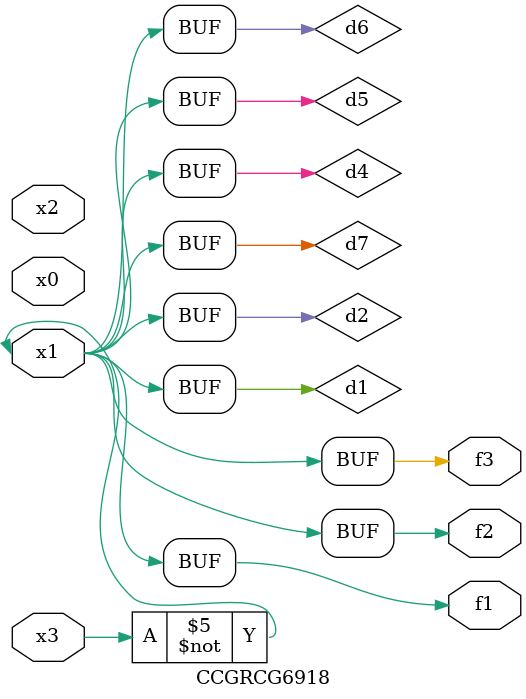
<source format=v>
module CCGRCG6918(
	input x0, x1, x2, x3,
	output f1, f2, f3
);

	wire d1, d2, d3, d4, d5, d6, d7;

	not (d1, x3);
	buf (d2, x1);
	xnor (d3, d1, d2);
	nor (d4, d1);
	buf (d5, d1, d2);
	buf (d6, d4, d5);
	nand (d7, d4);
	assign f1 = d6;
	assign f2 = d7;
	assign f3 = d6;
endmodule

</source>
